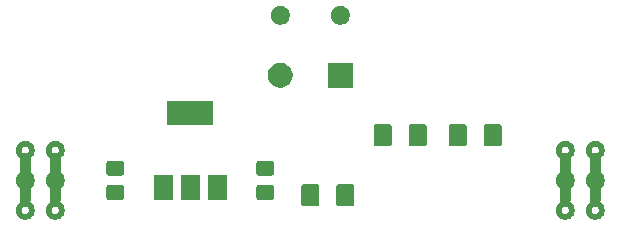
<source format=gbr>
%TF.GenerationSoftware,KiCad,Pcbnew,5.1.5-1.fc31*%
%TF.CreationDate,2020-01-30T02:35:15+01:00*%
%TF.ProjectId,power-supply-5V,706f7765-722d-4737-9570-706c792d3556,1.0*%
%TF.SameCoordinates,PXa5ee070PY4c4db10*%
%TF.FileFunction,Soldermask,Top*%
%TF.FilePolarity,Negative*%
%FSLAX46Y46*%
G04 Gerber Fmt 4.6, Leading zero omitted, Abs format (unit mm)*
G04 Created by KiCad (PCBNEW 5.1.5-1.fc31) date 2020-01-30 02:35:15*
%MOMM*%
%LPD*%
G04 APERTURE LIST*
%ADD10C,0.150000*%
G04 APERTURE END LIST*
D10*
G36*
X90092Y3340525D02*
G01*
X223110Y3314066D01*
X244541Y3307564D01*
X369839Y3255665D01*
X389579Y3245114D01*
X502354Y3169759D01*
X519654Y3155562D01*
X615562Y3059654D01*
X629759Y3042354D01*
X705114Y2929579D01*
X715665Y2909839D01*
X767564Y2784541D01*
X774066Y2763110D01*
X800525Y2630092D01*
X802719Y2607816D01*
X802719Y2472184D01*
X800525Y2449908D01*
X774066Y2316890D01*
X767564Y2295459D01*
X715665Y2170161D01*
X705114Y2150421D01*
X629759Y2037646D01*
X615562Y2020346D01*
X519654Y1924438D01*
X497606Y1906344D01*
X497983Y1905885D01*
X488943Y1898548D01*
X473296Y1879690D01*
X461628Y1858142D01*
X454388Y1834732D01*
X451852Y1809683D01*
X451852Y800000D01*
X451851Y799638D01*
X451835Y797328D01*
X451125Y785380D01*
X447875Y756405D01*
X447544Y731903D01*
X451999Y707807D01*
X461069Y685044D01*
X474406Y664487D01*
X491497Y646927D01*
X502650Y638538D01*
X507118Y635552D01*
X524409Y621363D01*
X621357Y524415D01*
X635561Y507106D01*
X711723Y393121D01*
X722281Y373371D01*
X774743Y246718D01*
X781244Y225285D01*
X807989Y90829D01*
X810183Y68549D01*
X810183Y-68549D01*
X807989Y-90829D01*
X781244Y-225285D01*
X774743Y-246718D01*
X722281Y-373371D01*
X711723Y-393121D01*
X635561Y-507106D01*
X621357Y-524415D01*
X524409Y-621363D01*
X502364Y-639454D01*
X502386Y-639480D01*
X488467Y-650903D01*
X472921Y-669844D01*
X461369Y-691454D01*
X454255Y-714903D01*
X451852Y-739294D01*
X451852Y-1650000D01*
X451851Y-1650362D01*
X451835Y-1652672D01*
X451125Y-1664618D01*
X443470Y-1732867D01*
X438834Y-1754677D01*
X437630Y-1758472D01*
X432545Y-1782443D01*
X432235Y-1806945D01*
X436710Y-1831037D01*
X445800Y-1853793D01*
X459154Y-1874338D01*
X476261Y-1891883D01*
X487333Y-1900204D01*
X502353Y-1910240D01*
X519654Y-1924438D01*
X615562Y-2020346D01*
X629759Y-2037646D01*
X705114Y-2150421D01*
X715665Y-2170161D01*
X767564Y-2295459D01*
X774066Y-2316890D01*
X800525Y-2449908D01*
X802719Y-2472184D01*
X802719Y-2607816D01*
X800525Y-2630092D01*
X774066Y-2763110D01*
X767564Y-2784541D01*
X715665Y-2909839D01*
X705114Y-2929579D01*
X629759Y-3042354D01*
X615562Y-3059654D01*
X519654Y-3155562D01*
X502354Y-3169759D01*
X389579Y-3245114D01*
X369839Y-3255665D01*
X244541Y-3307564D01*
X223110Y-3314066D01*
X90092Y-3340525D01*
X67816Y-3342719D01*
X-67816Y-3342719D01*
X-90092Y-3340525D01*
X-223110Y-3314066D01*
X-244541Y-3307564D01*
X-369839Y-3255665D01*
X-389579Y-3245114D01*
X-502354Y-3169759D01*
X-519654Y-3155562D01*
X-615562Y-3059654D01*
X-629759Y-3042354D01*
X-705114Y-2929579D01*
X-715665Y-2909839D01*
X-767564Y-2784541D01*
X-774066Y-2763110D01*
X-800525Y-2630092D01*
X-802719Y-2607816D01*
X-802719Y-2521204D01*
X-315869Y-2521204D01*
X-315869Y-2558796D01*
X-313467Y-2583184D01*
X-306131Y-2620061D01*
X-299020Y-2643504D01*
X-284632Y-2678243D01*
X-273077Y-2699860D01*
X-252190Y-2731118D01*
X-236647Y-2750058D01*
X-210058Y-2776647D01*
X-191118Y-2792190D01*
X-159860Y-2813077D01*
X-138243Y-2824632D01*
X-103504Y-2839020D01*
X-80061Y-2846131D01*
X-43184Y-2853467D01*
X-18796Y-2855869D01*
X18796Y-2855869D01*
X43184Y-2853467D01*
X80061Y-2846131D01*
X103504Y-2839020D01*
X138243Y-2824632D01*
X159860Y-2813077D01*
X191118Y-2792190D01*
X210058Y-2776647D01*
X236647Y-2750058D01*
X252190Y-2731118D01*
X273077Y-2699860D01*
X284632Y-2678243D01*
X299020Y-2643504D01*
X306131Y-2620061D01*
X313467Y-2583184D01*
X315869Y-2558796D01*
X315869Y-2521204D01*
X313467Y-2496816D01*
X306131Y-2459939D01*
X299020Y-2436496D01*
X284632Y-2401757D01*
X273077Y-2380140D01*
X252190Y-2348882D01*
X236647Y-2329942D01*
X210058Y-2303353D01*
X191118Y-2287810D01*
X159860Y-2266923D01*
X138243Y-2255368D01*
X103504Y-2240980D01*
X80061Y-2233869D01*
X43184Y-2226533D01*
X18796Y-2224131D01*
X-18796Y-2224131D01*
X-43184Y-2226533D01*
X-80061Y-2233869D01*
X-103504Y-2240980D01*
X-138243Y-2255368D01*
X-159860Y-2266923D01*
X-191118Y-2287810D01*
X-210058Y-2303353D01*
X-236647Y-2329942D01*
X-252190Y-2348882D01*
X-273077Y-2380140D01*
X-284632Y-2401757D01*
X-299020Y-2436496D01*
X-306131Y-2459939D01*
X-313467Y-2496816D01*
X-315869Y-2521204D01*
X-802719Y-2521204D01*
X-802719Y-2472184D01*
X-800525Y-2449908D01*
X-774066Y-2316890D01*
X-767564Y-2295459D01*
X-715665Y-2170161D01*
X-705114Y-2150421D01*
X-629759Y-2037646D01*
X-615562Y-2020346D01*
X-519654Y-1924438D01*
X-502351Y-1910238D01*
X-487030Y-1900001D01*
X-468088Y-1884456D01*
X-452543Y-1865515D01*
X-440991Y-1843904D01*
X-433878Y-1820455D01*
X-431476Y-1796069D01*
X-436811Y-1759941D01*
X-440252Y-1748544D01*
X-444584Y-1726663D01*
X-451306Y-1658114D01*
X-451852Y-1646941D01*
X-451852Y-739294D01*
X-454254Y-714908D01*
X-461367Y-691459D01*
X-472918Y-669848D01*
X-488463Y-650906D01*
X-502387Y-639479D01*
X-502365Y-639452D01*
X-524415Y-621357D01*
X-621357Y-524415D01*
X-635561Y-507106D01*
X-711723Y-393121D01*
X-722281Y-373371D01*
X-774743Y-246718D01*
X-781244Y-225285D01*
X-807989Y-90829D01*
X-810183Y-68549D01*
X-810183Y68549D01*
X-807989Y90829D01*
X-781244Y225285D01*
X-774743Y246718D01*
X-722281Y373371D01*
X-711723Y393121D01*
X-635561Y507106D01*
X-621357Y524415D01*
X-524415Y621357D01*
X-507102Y635565D01*
X-502612Y638565D01*
X-483670Y654110D01*
X-468126Y673053D01*
X-456575Y694664D01*
X-449463Y718113D01*
X-447658Y754692D01*
X-451306Y791904D01*
X-451852Y803059D01*
X-451852Y1809683D01*
X-454254Y1834069D01*
X-461367Y1857518D01*
X-472918Y1879129D01*
X-488463Y1898071D01*
X-497972Y1905901D01*
X-497607Y1906346D01*
X-519657Y1924441D01*
X-615562Y2020346D01*
X-629759Y2037646D01*
X-705114Y2150421D01*
X-715665Y2170161D01*
X-767564Y2295459D01*
X-774066Y2316890D01*
X-800525Y2449908D01*
X-802719Y2472184D01*
X-802719Y2558796D01*
X-315869Y2558796D01*
X-315869Y2521204D01*
X-313467Y2496816D01*
X-306131Y2459939D01*
X-299020Y2436496D01*
X-284632Y2401757D01*
X-273077Y2380140D01*
X-252190Y2348882D01*
X-236647Y2329942D01*
X-210058Y2303353D01*
X-191120Y2287811D01*
X-181158Y2281154D01*
X-159548Y2269602D01*
X-136099Y2262488D01*
X-111713Y2260085D01*
X-88286Y2262299D01*
X-73567Y2265107D01*
X-7991Y2271074D01*
X14296Y2270919D01*
X79769Y2264037D01*
X86576Y2262640D01*
X110947Y2260089D01*
X135347Y2262342D01*
X158839Y2269312D01*
X181155Y2281153D01*
X191115Y2287808D01*
X210058Y2303353D01*
X236647Y2329942D01*
X252190Y2348882D01*
X273077Y2380140D01*
X284632Y2401757D01*
X299020Y2436496D01*
X306131Y2459939D01*
X313467Y2496816D01*
X315869Y2521204D01*
X315869Y2558796D01*
X313467Y2583184D01*
X306131Y2620061D01*
X299020Y2643504D01*
X284632Y2678243D01*
X273077Y2699860D01*
X252190Y2731118D01*
X236647Y2750058D01*
X210058Y2776647D01*
X191118Y2792190D01*
X159860Y2813077D01*
X138243Y2824632D01*
X103504Y2839020D01*
X80061Y2846131D01*
X43184Y2853467D01*
X18796Y2855869D01*
X-18796Y2855869D01*
X-43184Y2853467D01*
X-80061Y2846131D01*
X-103504Y2839020D01*
X-138243Y2824632D01*
X-159860Y2813077D01*
X-191118Y2792190D01*
X-210058Y2776647D01*
X-236647Y2750058D01*
X-252190Y2731118D01*
X-273077Y2699860D01*
X-284632Y2678243D01*
X-299020Y2643504D01*
X-306131Y2620061D01*
X-313467Y2583184D01*
X-315869Y2558796D01*
X-802719Y2558796D01*
X-802719Y2607816D01*
X-800525Y2630092D01*
X-774066Y2763110D01*
X-767564Y2784541D01*
X-715665Y2909839D01*
X-705114Y2929579D01*
X-629759Y3042354D01*
X-615562Y3059654D01*
X-519654Y3155562D01*
X-502354Y3169759D01*
X-389579Y3245114D01*
X-369839Y3255665D01*
X-244541Y3307564D01*
X-223110Y3314066D01*
X-90092Y3340525D01*
X-67816Y3342719D01*
X67816Y3342719D01*
X90092Y3340525D01*
G37*
G36*
X2630092Y3340525D02*
G01*
X2763110Y3314066D01*
X2784541Y3307564D01*
X2909839Y3255665D01*
X2929579Y3245114D01*
X3042354Y3169759D01*
X3059654Y3155562D01*
X3155562Y3059654D01*
X3169759Y3042354D01*
X3245114Y2929579D01*
X3255665Y2909839D01*
X3307564Y2784541D01*
X3314066Y2763110D01*
X3340525Y2630092D01*
X3342719Y2607816D01*
X3342719Y2472184D01*
X3340525Y2449908D01*
X3314066Y2316890D01*
X3307564Y2295459D01*
X3255665Y2170161D01*
X3245114Y2150421D01*
X3169759Y2037646D01*
X3155562Y2020346D01*
X3059654Y1924438D01*
X3037606Y1906344D01*
X3037983Y1905885D01*
X3028943Y1898548D01*
X3013296Y1879690D01*
X3001628Y1858142D01*
X2994388Y1834732D01*
X2991852Y1809683D01*
X2991852Y800000D01*
X2991851Y799638D01*
X2991835Y797328D01*
X2991125Y785380D01*
X2987875Y756405D01*
X2987544Y731903D01*
X2991999Y707807D01*
X3001069Y685044D01*
X3014406Y664487D01*
X3031497Y646927D01*
X3042650Y638538D01*
X3047118Y635552D01*
X3064409Y621363D01*
X3161357Y524415D01*
X3175561Y507106D01*
X3251723Y393121D01*
X3262281Y373371D01*
X3314743Y246718D01*
X3321244Y225285D01*
X3347989Y90829D01*
X3350183Y68549D01*
X3350183Y-68549D01*
X3347989Y-90829D01*
X3321244Y-225285D01*
X3314743Y-246718D01*
X3262281Y-373371D01*
X3251723Y-393121D01*
X3175561Y-507106D01*
X3161357Y-524415D01*
X3064409Y-621363D01*
X3042364Y-639454D01*
X3042386Y-639480D01*
X3028467Y-650903D01*
X3012921Y-669844D01*
X3001369Y-691454D01*
X2994255Y-714903D01*
X2991852Y-739294D01*
X2991852Y-1650000D01*
X2991851Y-1650362D01*
X2991835Y-1652672D01*
X2991125Y-1664618D01*
X2983470Y-1732867D01*
X2978834Y-1754677D01*
X2977630Y-1758472D01*
X2972545Y-1782443D01*
X2972235Y-1806945D01*
X2976710Y-1831037D01*
X2985800Y-1853793D01*
X2999154Y-1874338D01*
X3016261Y-1891883D01*
X3027333Y-1900204D01*
X3042353Y-1910240D01*
X3059654Y-1924438D01*
X3155562Y-2020346D01*
X3169759Y-2037646D01*
X3245114Y-2150421D01*
X3255665Y-2170161D01*
X3307564Y-2295459D01*
X3314066Y-2316890D01*
X3340525Y-2449908D01*
X3342719Y-2472184D01*
X3342719Y-2607816D01*
X3340525Y-2630092D01*
X3314066Y-2763110D01*
X3307564Y-2784541D01*
X3255665Y-2909839D01*
X3245114Y-2929579D01*
X3169759Y-3042354D01*
X3155562Y-3059654D01*
X3059654Y-3155562D01*
X3042354Y-3169759D01*
X2929579Y-3245114D01*
X2909839Y-3255665D01*
X2784541Y-3307564D01*
X2763110Y-3314066D01*
X2630092Y-3340525D01*
X2607816Y-3342719D01*
X2472184Y-3342719D01*
X2449908Y-3340525D01*
X2316890Y-3314066D01*
X2295459Y-3307564D01*
X2170161Y-3255665D01*
X2150421Y-3245114D01*
X2037646Y-3169759D01*
X2020346Y-3155562D01*
X1924438Y-3059654D01*
X1910241Y-3042354D01*
X1834886Y-2929579D01*
X1824335Y-2909839D01*
X1772436Y-2784541D01*
X1765934Y-2763110D01*
X1739475Y-2630092D01*
X1737281Y-2607816D01*
X1737281Y-2521204D01*
X2224131Y-2521204D01*
X2224131Y-2558796D01*
X2226533Y-2583184D01*
X2233869Y-2620061D01*
X2240980Y-2643504D01*
X2255368Y-2678243D01*
X2266923Y-2699860D01*
X2287810Y-2731118D01*
X2303353Y-2750058D01*
X2329942Y-2776647D01*
X2348882Y-2792190D01*
X2380140Y-2813077D01*
X2401757Y-2824632D01*
X2436496Y-2839020D01*
X2459939Y-2846131D01*
X2496816Y-2853467D01*
X2521204Y-2855869D01*
X2558796Y-2855869D01*
X2583184Y-2853467D01*
X2620061Y-2846131D01*
X2643504Y-2839020D01*
X2678243Y-2824632D01*
X2699860Y-2813077D01*
X2731118Y-2792190D01*
X2750058Y-2776647D01*
X2776647Y-2750058D01*
X2792190Y-2731118D01*
X2813077Y-2699860D01*
X2824632Y-2678243D01*
X2839020Y-2643504D01*
X2846131Y-2620061D01*
X2853467Y-2583184D01*
X2855869Y-2558796D01*
X2855869Y-2521204D01*
X2853467Y-2496816D01*
X2846131Y-2459939D01*
X2839020Y-2436496D01*
X2824632Y-2401757D01*
X2813077Y-2380140D01*
X2792190Y-2348882D01*
X2776647Y-2329942D01*
X2750058Y-2303353D01*
X2731118Y-2287810D01*
X2699860Y-2266923D01*
X2678243Y-2255368D01*
X2643504Y-2240980D01*
X2620061Y-2233869D01*
X2583184Y-2226533D01*
X2558796Y-2224131D01*
X2521204Y-2224131D01*
X2496816Y-2226533D01*
X2459939Y-2233869D01*
X2436496Y-2240980D01*
X2401757Y-2255368D01*
X2380140Y-2266923D01*
X2348882Y-2287810D01*
X2329942Y-2303353D01*
X2303353Y-2329942D01*
X2287810Y-2348882D01*
X2266923Y-2380140D01*
X2255368Y-2401757D01*
X2240980Y-2436496D01*
X2233869Y-2459939D01*
X2226533Y-2496816D01*
X2224131Y-2521204D01*
X1737281Y-2521204D01*
X1737281Y-2472184D01*
X1739475Y-2449908D01*
X1765934Y-2316890D01*
X1772436Y-2295459D01*
X1824335Y-2170161D01*
X1834886Y-2150421D01*
X1910241Y-2037646D01*
X1924438Y-2020346D01*
X2020346Y-1924438D01*
X2037649Y-1910238D01*
X2052970Y-1900001D01*
X2071912Y-1884456D01*
X2087457Y-1865515D01*
X2099009Y-1843904D01*
X2106122Y-1820455D01*
X2108524Y-1796069D01*
X2103189Y-1759941D01*
X2099748Y-1748544D01*
X2095416Y-1726663D01*
X2088694Y-1658114D01*
X2088148Y-1646941D01*
X2088148Y-739294D01*
X2085746Y-714908D01*
X2078633Y-691459D01*
X2067082Y-669848D01*
X2051537Y-650906D01*
X2037613Y-639479D01*
X2037635Y-639452D01*
X2015585Y-621357D01*
X1918643Y-524415D01*
X1904439Y-507106D01*
X1828277Y-393121D01*
X1817719Y-373371D01*
X1765257Y-246718D01*
X1758756Y-225285D01*
X1732011Y-90829D01*
X1729817Y-68549D01*
X1729817Y68549D01*
X1732011Y90829D01*
X1758756Y225285D01*
X1765257Y246718D01*
X1817719Y373371D01*
X1828277Y393121D01*
X1904439Y507106D01*
X1918643Y524415D01*
X2015585Y621357D01*
X2032898Y635565D01*
X2037388Y638565D01*
X2056330Y654110D01*
X2071874Y673053D01*
X2083425Y694664D01*
X2090537Y718113D01*
X2092342Y754692D01*
X2088694Y791904D01*
X2088148Y803059D01*
X2088148Y1809683D01*
X2085746Y1834069D01*
X2078633Y1857518D01*
X2067082Y1879129D01*
X2051537Y1898071D01*
X2042028Y1905901D01*
X2042393Y1906346D01*
X2020343Y1924441D01*
X1924438Y2020346D01*
X1910241Y2037646D01*
X1834886Y2150421D01*
X1824335Y2170161D01*
X1772436Y2295459D01*
X1765934Y2316890D01*
X1739475Y2449908D01*
X1737281Y2472184D01*
X1737281Y2558796D01*
X2224131Y2558796D01*
X2224131Y2521204D01*
X2226533Y2496816D01*
X2233869Y2459939D01*
X2240980Y2436496D01*
X2255368Y2401757D01*
X2266923Y2380140D01*
X2287810Y2348882D01*
X2303353Y2329942D01*
X2329942Y2303353D01*
X2348880Y2287811D01*
X2358842Y2281154D01*
X2380452Y2269602D01*
X2403901Y2262488D01*
X2428287Y2260085D01*
X2451714Y2262299D01*
X2466433Y2265107D01*
X2532009Y2271074D01*
X2554296Y2270919D01*
X2619769Y2264037D01*
X2626576Y2262640D01*
X2650947Y2260089D01*
X2675347Y2262342D01*
X2698839Y2269312D01*
X2721155Y2281153D01*
X2731115Y2287808D01*
X2750058Y2303353D01*
X2776647Y2329942D01*
X2792190Y2348882D01*
X2813077Y2380140D01*
X2824632Y2401757D01*
X2839020Y2436496D01*
X2846131Y2459939D01*
X2853467Y2496816D01*
X2855869Y2521204D01*
X2855869Y2558796D01*
X2853467Y2583184D01*
X2846131Y2620061D01*
X2839020Y2643504D01*
X2824632Y2678243D01*
X2813077Y2699860D01*
X2792190Y2731118D01*
X2776647Y2750058D01*
X2750058Y2776647D01*
X2731118Y2792190D01*
X2699860Y2813077D01*
X2678243Y2824632D01*
X2643504Y2839020D01*
X2620061Y2846131D01*
X2583184Y2853467D01*
X2558796Y2855869D01*
X2521204Y2855869D01*
X2496816Y2853467D01*
X2459939Y2846131D01*
X2436496Y2839020D01*
X2401757Y2824632D01*
X2380140Y2813077D01*
X2348882Y2792190D01*
X2329942Y2776647D01*
X2303353Y2750058D01*
X2287810Y2731118D01*
X2266923Y2699860D01*
X2255368Y2678243D01*
X2240980Y2643504D01*
X2233869Y2620061D01*
X2226533Y2583184D01*
X2224131Y2558796D01*
X1737281Y2558796D01*
X1737281Y2607816D01*
X1739475Y2630092D01*
X1765934Y2763110D01*
X1772436Y2784541D01*
X1824335Y2909839D01*
X1834886Y2929579D01*
X1910241Y3042354D01*
X1924438Y3059654D01*
X2020346Y3155562D01*
X2037646Y3169759D01*
X2150421Y3245114D01*
X2170161Y3255665D01*
X2295459Y3307564D01*
X2316890Y3314066D01*
X2449908Y3340525D01*
X2472184Y3342719D01*
X2607816Y3342719D01*
X2630092Y3340525D01*
G37*
G36*
X-45629908Y3340525D02*
G01*
X-45496890Y3314066D01*
X-45475459Y3307564D01*
X-45350161Y3255665D01*
X-45330421Y3245114D01*
X-45217646Y3169759D01*
X-45200346Y3155562D01*
X-45104438Y3059654D01*
X-45090241Y3042354D01*
X-45014886Y2929579D01*
X-45004335Y2909839D01*
X-44952436Y2784541D01*
X-44945934Y2763110D01*
X-44919475Y2630092D01*
X-44917281Y2607816D01*
X-44917281Y2472184D01*
X-44919475Y2449908D01*
X-44945934Y2316890D01*
X-44952436Y2295459D01*
X-45004335Y2170161D01*
X-45014886Y2150421D01*
X-45090241Y2037646D01*
X-45104438Y2020346D01*
X-45200346Y1924438D01*
X-45222394Y1906344D01*
X-45222017Y1905885D01*
X-45231057Y1898548D01*
X-45246704Y1879690D01*
X-45258372Y1858142D01*
X-45265612Y1834732D01*
X-45268148Y1809683D01*
X-45268148Y800000D01*
X-45268149Y799638D01*
X-45268165Y797328D01*
X-45268875Y785380D01*
X-45272125Y756405D01*
X-45272456Y731903D01*
X-45268001Y707807D01*
X-45258931Y685044D01*
X-45245594Y664487D01*
X-45228503Y646927D01*
X-45217350Y638538D01*
X-45212882Y635552D01*
X-45195591Y621363D01*
X-45098643Y524415D01*
X-45084439Y507106D01*
X-45008277Y393121D01*
X-44997719Y373371D01*
X-44945257Y246718D01*
X-44938756Y225285D01*
X-44912011Y90829D01*
X-44909817Y68549D01*
X-44909817Y-68549D01*
X-44912011Y-90829D01*
X-44938756Y-225285D01*
X-44945257Y-246718D01*
X-44997719Y-373371D01*
X-45008277Y-393121D01*
X-45084439Y-507106D01*
X-45098643Y-524415D01*
X-45195591Y-621363D01*
X-45217636Y-639454D01*
X-45217614Y-639480D01*
X-45231533Y-650903D01*
X-45247079Y-669844D01*
X-45258631Y-691454D01*
X-45265745Y-714903D01*
X-45268148Y-739294D01*
X-45268148Y-1650000D01*
X-45268149Y-1650362D01*
X-45268165Y-1652672D01*
X-45268875Y-1664618D01*
X-45276530Y-1732867D01*
X-45281166Y-1754677D01*
X-45282370Y-1758472D01*
X-45287455Y-1782443D01*
X-45287765Y-1806945D01*
X-45283290Y-1831037D01*
X-45274200Y-1853793D01*
X-45260846Y-1874338D01*
X-45243739Y-1891883D01*
X-45232667Y-1900204D01*
X-45217647Y-1910240D01*
X-45200346Y-1924438D01*
X-45104438Y-2020346D01*
X-45090241Y-2037646D01*
X-45014886Y-2150421D01*
X-45004335Y-2170161D01*
X-44952436Y-2295459D01*
X-44945934Y-2316890D01*
X-44919475Y-2449908D01*
X-44917281Y-2472184D01*
X-44917281Y-2607816D01*
X-44919475Y-2630092D01*
X-44945934Y-2763110D01*
X-44952436Y-2784541D01*
X-45004335Y-2909839D01*
X-45014886Y-2929579D01*
X-45090241Y-3042354D01*
X-45104438Y-3059654D01*
X-45200346Y-3155562D01*
X-45217646Y-3169759D01*
X-45330421Y-3245114D01*
X-45350161Y-3255665D01*
X-45475459Y-3307564D01*
X-45496890Y-3314066D01*
X-45629908Y-3340525D01*
X-45652184Y-3342719D01*
X-45787816Y-3342719D01*
X-45810092Y-3340525D01*
X-45943110Y-3314066D01*
X-45964541Y-3307564D01*
X-46089839Y-3255665D01*
X-46109579Y-3245114D01*
X-46222354Y-3169759D01*
X-46239654Y-3155562D01*
X-46335562Y-3059654D01*
X-46349759Y-3042354D01*
X-46425114Y-2929579D01*
X-46435665Y-2909839D01*
X-46487564Y-2784541D01*
X-46494066Y-2763110D01*
X-46520525Y-2630092D01*
X-46522719Y-2607816D01*
X-46522719Y-2521204D01*
X-46035869Y-2521204D01*
X-46035869Y-2558796D01*
X-46033467Y-2583184D01*
X-46026131Y-2620061D01*
X-46019020Y-2643504D01*
X-46004632Y-2678243D01*
X-45993077Y-2699860D01*
X-45972190Y-2731118D01*
X-45956647Y-2750058D01*
X-45930058Y-2776647D01*
X-45911118Y-2792190D01*
X-45879860Y-2813077D01*
X-45858243Y-2824632D01*
X-45823504Y-2839020D01*
X-45800061Y-2846131D01*
X-45763184Y-2853467D01*
X-45738796Y-2855869D01*
X-45701204Y-2855869D01*
X-45676816Y-2853467D01*
X-45639939Y-2846131D01*
X-45616496Y-2839020D01*
X-45581757Y-2824632D01*
X-45560140Y-2813077D01*
X-45528882Y-2792190D01*
X-45509942Y-2776647D01*
X-45483353Y-2750058D01*
X-45467810Y-2731118D01*
X-45446923Y-2699860D01*
X-45435368Y-2678243D01*
X-45420980Y-2643504D01*
X-45413869Y-2620061D01*
X-45406533Y-2583184D01*
X-45404131Y-2558796D01*
X-45404131Y-2521204D01*
X-45406533Y-2496816D01*
X-45413869Y-2459939D01*
X-45420980Y-2436496D01*
X-45435368Y-2401757D01*
X-45446923Y-2380140D01*
X-45467810Y-2348882D01*
X-45483353Y-2329942D01*
X-45509942Y-2303353D01*
X-45528882Y-2287810D01*
X-45560140Y-2266923D01*
X-45581757Y-2255368D01*
X-45616496Y-2240980D01*
X-45639939Y-2233869D01*
X-45676816Y-2226533D01*
X-45701204Y-2224131D01*
X-45738796Y-2224131D01*
X-45763184Y-2226533D01*
X-45800061Y-2233869D01*
X-45823504Y-2240980D01*
X-45858243Y-2255368D01*
X-45879860Y-2266923D01*
X-45911118Y-2287810D01*
X-45930058Y-2303353D01*
X-45956647Y-2329942D01*
X-45972190Y-2348882D01*
X-45993077Y-2380140D01*
X-46004632Y-2401757D01*
X-46019020Y-2436496D01*
X-46026131Y-2459939D01*
X-46033467Y-2496816D01*
X-46035869Y-2521204D01*
X-46522719Y-2521204D01*
X-46522719Y-2472184D01*
X-46520525Y-2449908D01*
X-46494066Y-2316890D01*
X-46487564Y-2295459D01*
X-46435665Y-2170161D01*
X-46425114Y-2150421D01*
X-46349759Y-2037646D01*
X-46335562Y-2020346D01*
X-46239654Y-1924438D01*
X-46222351Y-1910238D01*
X-46207030Y-1900001D01*
X-46188088Y-1884456D01*
X-46172543Y-1865515D01*
X-46160991Y-1843904D01*
X-46153878Y-1820455D01*
X-46151476Y-1796069D01*
X-46156811Y-1759941D01*
X-46160252Y-1748544D01*
X-46164584Y-1726663D01*
X-46171306Y-1658114D01*
X-46171852Y-1646941D01*
X-46171852Y-739294D01*
X-46174254Y-714908D01*
X-46181367Y-691459D01*
X-46192918Y-669848D01*
X-46208463Y-650906D01*
X-46222387Y-639479D01*
X-46222365Y-639452D01*
X-46244415Y-621357D01*
X-46341357Y-524415D01*
X-46355561Y-507106D01*
X-46431723Y-393121D01*
X-46442281Y-373371D01*
X-46494743Y-246718D01*
X-46501244Y-225285D01*
X-46527989Y-90829D01*
X-46530183Y-68549D01*
X-46530183Y68549D01*
X-46527989Y90829D01*
X-46501244Y225285D01*
X-46494743Y246718D01*
X-46442281Y373371D01*
X-46431723Y393121D01*
X-46355561Y507106D01*
X-46341357Y524415D01*
X-46244415Y621357D01*
X-46227102Y635565D01*
X-46222612Y638565D01*
X-46203670Y654110D01*
X-46188126Y673053D01*
X-46176575Y694664D01*
X-46169463Y718113D01*
X-46167658Y754692D01*
X-46171306Y791904D01*
X-46171852Y803059D01*
X-46171852Y1809683D01*
X-46174254Y1834069D01*
X-46181367Y1857518D01*
X-46192918Y1879129D01*
X-46208463Y1898071D01*
X-46217972Y1905901D01*
X-46217607Y1906346D01*
X-46239657Y1924441D01*
X-46335562Y2020346D01*
X-46349759Y2037646D01*
X-46425114Y2150421D01*
X-46435665Y2170161D01*
X-46487564Y2295459D01*
X-46494066Y2316890D01*
X-46520525Y2449908D01*
X-46522719Y2472184D01*
X-46522719Y2558796D01*
X-46035869Y2558796D01*
X-46035869Y2521204D01*
X-46033467Y2496816D01*
X-46026131Y2459939D01*
X-46019020Y2436496D01*
X-46004632Y2401757D01*
X-45993077Y2380140D01*
X-45972190Y2348882D01*
X-45956647Y2329942D01*
X-45930058Y2303353D01*
X-45911120Y2287811D01*
X-45901158Y2281154D01*
X-45879548Y2269602D01*
X-45856099Y2262488D01*
X-45831713Y2260085D01*
X-45808286Y2262299D01*
X-45793567Y2265107D01*
X-45727991Y2271074D01*
X-45705704Y2270919D01*
X-45640231Y2264037D01*
X-45633424Y2262640D01*
X-45609053Y2260089D01*
X-45584653Y2262342D01*
X-45561161Y2269312D01*
X-45538845Y2281153D01*
X-45528885Y2287808D01*
X-45509942Y2303353D01*
X-45483353Y2329942D01*
X-45467810Y2348882D01*
X-45446923Y2380140D01*
X-45435368Y2401757D01*
X-45420980Y2436496D01*
X-45413869Y2459939D01*
X-45406533Y2496816D01*
X-45404131Y2521204D01*
X-45404131Y2558796D01*
X-45406533Y2583184D01*
X-45413869Y2620061D01*
X-45420980Y2643504D01*
X-45435368Y2678243D01*
X-45446923Y2699860D01*
X-45467810Y2731118D01*
X-45483353Y2750058D01*
X-45509942Y2776647D01*
X-45528882Y2792190D01*
X-45560140Y2813077D01*
X-45581757Y2824632D01*
X-45616496Y2839020D01*
X-45639939Y2846131D01*
X-45676816Y2853467D01*
X-45701204Y2855869D01*
X-45738796Y2855869D01*
X-45763184Y2853467D01*
X-45800061Y2846131D01*
X-45823504Y2839020D01*
X-45858243Y2824632D01*
X-45879860Y2813077D01*
X-45911118Y2792190D01*
X-45930058Y2776647D01*
X-45956647Y2750058D01*
X-45972190Y2731118D01*
X-45993077Y2699860D01*
X-46004632Y2678243D01*
X-46019020Y2643504D01*
X-46026131Y2620061D01*
X-46033467Y2583184D01*
X-46035869Y2558796D01*
X-46522719Y2558796D01*
X-46522719Y2607816D01*
X-46520525Y2630092D01*
X-46494066Y2763110D01*
X-46487564Y2784541D01*
X-46435665Y2909839D01*
X-46425114Y2929579D01*
X-46349759Y3042354D01*
X-46335562Y3059654D01*
X-46239654Y3155562D01*
X-46222354Y3169759D01*
X-46109579Y3245114D01*
X-46089839Y3255665D01*
X-45964541Y3307564D01*
X-45943110Y3314066D01*
X-45810092Y3340525D01*
X-45787816Y3342719D01*
X-45652184Y3342719D01*
X-45629908Y3340525D01*
G37*
G36*
X-43089908Y3340525D02*
G01*
X-42956890Y3314066D01*
X-42935459Y3307564D01*
X-42810161Y3255665D01*
X-42790421Y3245114D01*
X-42677646Y3169759D01*
X-42660346Y3155562D01*
X-42564438Y3059654D01*
X-42550241Y3042354D01*
X-42474886Y2929579D01*
X-42464335Y2909839D01*
X-42412436Y2784541D01*
X-42405934Y2763110D01*
X-42379475Y2630092D01*
X-42377281Y2607816D01*
X-42377281Y2472184D01*
X-42379475Y2449908D01*
X-42405934Y2316890D01*
X-42412436Y2295459D01*
X-42464335Y2170161D01*
X-42474886Y2150421D01*
X-42550241Y2037646D01*
X-42564438Y2020346D01*
X-42660346Y1924438D01*
X-42682394Y1906344D01*
X-42682017Y1905885D01*
X-42691057Y1898548D01*
X-42706704Y1879690D01*
X-42718372Y1858142D01*
X-42725612Y1834732D01*
X-42728148Y1809683D01*
X-42728148Y800000D01*
X-42728149Y799638D01*
X-42728165Y797328D01*
X-42728875Y785380D01*
X-42732125Y756405D01*
X-42732456Y731903D01*
X-42728001Y707807D01*
X-42718931Y685044D01*
X-42705594Y664487D01*
X-42688503Y646927D01*
X-42677350Y638538D01*
X-42672882Y635552D01*
X-42655591Y621363D01*
X-42558643Y524415D01*
X-42544439Y507106D01*
X-42468277Y393121D01*
X-42457719Y373371D01*
X-42405257Y246718D01*
X-42398756Y225285D01*
X-42372011Y90829D01*
X-42369817Y68549D01*
X-42369817Y-68549D01*
X-42372011Y-90829D01*
X-42398756Y-225285D01*
X-42405257Y-246718D01*
X-42457719Y-373371D01*
X-42468277Y-393121D01*
X-42544439Y-507106D01*
X-42558643Y-524415D01*
X-42655591Y-621363D01*
X-42677636Y-639454D01*
X-42677614Y-639480D01*
X-42691533Y-650903D01*
X-42707079Y-669844D01*
X-42718631Y-691454D01*
X-42725745Y-714903D01*
X-42728148Y-739294D01*
X-42728148Y-1650000D01*
X-42728149Y-1650362D01*
X-42728165Y-1652672D01*
X-42728875Y-1664618D01*
X-42736530Y-1732867D01*
X-42741166Y-1754677D01*
X-42742370Y-1758472D01*
X-42747455Y-1782443D01*
X-42747765Y-1806945D01*
X-42743290Y-1831037D01*
X-42734200Y-1853793D01*
X-42720846Y-1874338D01*
X-42703739Y-1891883D01*
X-42692667Y-1900204D01*
X-42677647Y-1910240D01*
X-42660346Y-1924438D01*
X-42564438Y-2020346D01*
X-42550241Y-2037646D01*
X-42474886Y-2150421D01*
X-42464335Y-2170161D01*
X-42412436Y-2295459D01*
X-42405934Y-2316890D01*
X-42379475Y-2449908D01*
X-42377281Y-2472184D01*
X-42377281Y-2607816D01*
X-42379475Y-2630092D01*
X-42405934Y-2763110D01*
X-42412436Y-2784541D01*
X-42464335Y-2909839D01*
X-42474886Y-2929579D01*
X-42550241Y-3042354D01*
X-42564438Y-3059654D01*
X-42660346Y-3155562D01*
X-42677646Y-3169759D01*
X-42790421Y-3245114D01*
X-42810161Y-3255665D01*
X-42935459Y-3307564D01*
X-42956890Y-3314066D01*
X-43089908Y-3340525D01*
X-43112184Y-3342719D01*
X-43247816Y-3342719D01*
X-43270092Y-3340525D01*
X-43403110Y-3314066D01*
X-43424541Y-3307564D01*
X-43549839Y-3255665D01*
X-43569579Y-3245114D01*
X-43682354Y-3169759D01*
X-43699654Y-3155562D01*
X-43795562Y-3059654D01*
X-43809759Y-3042354D01*
X-43885114Y-2929579D01*
X-43895665Y-2909839D01*
X-43947564Y-2784541D01*
X-43954066Y-2763110D01*
X-43980525Y-2630092D01*
X-43982719Y-2607816D01*
X-43982719Y-2521204D01*
X-43495869Y-2521204D01*
X-43495869Y-2558796D01*
X-43493467Y-2583184D01*
X-43486131Y-2620061D01*
X-43479020Y-2643504D01*
X-43464632Y-2678243D01*
X-43453077Y-2699860D01*
X-43432190Y-2731118D01*
X-43416647Y-2750058D01*
X-43390058Y-2776647D01*
X-43371118Y-2792190D01*
X-43339860Y-2813077D01*
X-43318243Y-2824632D01*
X-43283504Y-2839020D01*
X-43260061Y-2846131D01*
X-43223184Y-2853467D01*
X-43198796Y-2855869D01*
X-43161204Y-2855869D01*
X-43136816Y-2853467D01*
X-43099939Y-2846131D01*
X-43076496Y-2839020D01*
X-43041757Y-2824632D01*
X-43020140Y-2813077D01*
X-42988882Y-2792190D01*
X-42969942Y-2776647D01*
X-42943353Y-2750058D01*
X-42927810Y-2731118D01*
X-42906923Y-2699860D01*
X-42895368Y-2678243D01*
X-42880980Y-2643504D01*
X-42873869Y-2620061D01*
X-42866533Y-2583184D01*
X-42864131Y-2558796D01*
X-42864131Y-2521204D01*
X-42866533Y-2496816D01*
X-42873869Y-2459939D01*
X-42880980Y-2436496D01*
X-42895368Y-2401757D01*
X-42906923Y-2380140D01*
X-42927810Y-2348882D01*
X-42943353Y-2329942D01*
X-42969942Y-2303353D01*
X-42988882Y-2287810D01*
X-43020140Y-2266923D01*
X-43041757Y-2255368D01*
X-43076496Y-2240980D01*
X-43099939Y-2233869D01*
X-43136816Y-2226533D01*
X-43161204Y-2224131D01*
X-43198796Y-2224131D01*
X-43223184Y-2226533D01*
X-43260061Y-2233869D01*
X-43283504Y-2240980D01*
X-43318243Y-2255368D01*
X-43339860Y-2266923D01*
X-43371118Y-2287810D01*
X-43390058Y-2303353D01*
X-43416647Y-2329942D01*
X-43432190Y-2348882D01*
X-43453077Y-2380140D01*
X-43464632Y-2401757D01*
X-43479020Y-2436496D01*
X-43486131Y-2459939D01*
X-43493467Y-2496816D01*
X-43495869Y-2521204D01*
X-43982719Y-2521204D01*
X-43982719Y-2472184D01*
X-43980525Y-2449908D01*
X-43954066Y-2316890D01*
X-43947564Y-2295459D01*
X-43895665Y-2170161D01*
X-43885114Y-2150421D01*
X-43809759Y-2037646D01*
X-43795562Y-2020346D01*
X-43699654Y-1924438D01*
X-43682351Y-1910238D01*
X-43667030Y-1900001D01*
X-43648088Y-1884456D01*
X-43632543Y-1865515D01*
X-43620991Y-1843904D01*
X-43613878Y-1820455D01*
X-43611476Y-1796069D01*
X-43616811Y-1759941D01*
X-43620252Y-1748544D01*
X-43624584Y-1726663D01*
X-43631306Y-1658114D01*
X-43631852Y-1646941D01*
X-43631852Y-739294D01*
X-43634254Y-714908D01*
X-43641367Y-691459D01*
X-43652918Y-669848D01*
X-43668463Y-650906D01*
X-43682387Y-639479D01*
X-43682365Y-639452D01*
X-43704415Y-621357D01*
X-43801357Y-524415D01*
X-43815561Y-507106D01*
X-43891723Y-393121D01*
X-43902281Y-373371D01*
X-43954743Y-246718D01*
X-43961244Y-225285D01*
X-43987989Y-90829D01*
X-43990183Y-68549D01*
X-43990183Y68549D01*
X-43987989Y90829D01*
X-43961244Y225285D01*
X-43954743Y246718D01*
X-43902281Y373371D01*
X-43891723Y393121D01*
X-43815561Y507106D01*
X-43801357Y524415D01*
X-43704415Y621357D01*
X-43687102Y635565D01*
X-43682612Y638565D01*
X-43663670Y654110D01*
X-43648126Y673053D01*
X-43636575Y694664D01*
X-43629463Y718113D01*
X-43627658Y754692D01*
X-43631306Y791904D01*
X-43631852Y803059D01*
X-43631852Y1809683D01*
X-43634254Y1834069D01*
X-43641367Y1857518D01*
X-43652918Y1879129D01*
X-43668463Y1898071D01*
X-43677972Y1905901D01*
X-43677607Y1906346D01*
X-43699657Y1924441D01*
X-43795562Y2020346D01*
X-43809759Y2037646D01*
X-43885114Y2150421D01*
X-43895665Y2170161D01*
X-43947564Y2295459D01*
X-43954066Y2316890D01*
X-43980525Y2449908D01*
X-43982719Y2472184D01*
X-43982719Y2558796D01*
X-43495869Y2558796D01*
X-43495869Y2521204D01*
X-43493467Y2496816D01*
X-43486131Y2459939D01*
X-43479020Y2436496D01*
X-43464632Y2401757D01*
X-43453077Y2380140D01*
X-43432190Y2348882D01*
X-43416647Y2329942D01*
X-43390058Y2303353D01*
X-43371120Y2287811D01*
X-43361158Y2281154D01*
X-43339548Y2269602D01*
X-43316099Y2262488D01*
X-43291713Y2260085D01*
X-43268286Y2262299D01*
X-43253567Y2265107D01*
X-43187991Y2271074D01*
X-43165704Y2270919D01*
X-43100231Y2264037D01*
X-43093424Y2262640D01*
X-43069053Y2260089D01*
X-43044653Y2262342D01*
X-43021161Y2269312D01*
X-42998845Y2281153D01*
X-42988885Y2287808D01*
X-42969942Y2303353D01*
X-42943353Y2329942D01*
X-42927810Y2348882D01*
X-42906923Y2380140D01*
X-42895368Y2401757D01*
X-42880980Y2436496D01*
X-42873869Y2459939D01*
X-42866533Y2496816D01*
X-42864131Y2521204D01*
X-42864131Y2558796D01*
X-42866533Y2583184D01*
X-42873869Y2620061D01*
X-42880980Y2643504D01*
X-42895368Y2678243D01*
X-42906923Y2699860D01*
X-42927810Y2731118D01*
X-42943353Y2750058D01*
X-42969942Y2776647D01*
X-42988882Y2792190D01*
X-43020140Y2813077D01*
X-43041757Y2824632D01*
X-43076496Y2839020D01*
X-43099939Y2846131D01*
X-43136816Y2853467D01*
X-43161204Y2855869D01*
X-43198796Y2855869D01*
X-43223184Y2853467D01*
X-43260061Y2846131D01*
X-43283504Y2839020D01*
X-43318243Y2824632D01*
X-43339860Y2813077D01*
X-43371118Y2792190D01*
X-43390058Y2776647D01*
X-43416647Y2750058D01*
X-43432190Y2731118D01*
X-43453077Y2699860D01*
X-43464632Y2678243D01*
X-43479020Y2643504D01*
X-43486131Y2620061D01*
X-43493467Y2583184D01*
X-43495869Y2558796D01*
X-43982719Y2558796D01*
X-43982719Y2607816D01*
X-43980525Y2630092D01*
X-43954066Y2763110D01*
X-43947564Y2784541D01*
X-43895665Y2909839D01*
X-43885114Y2929579D01*
X-43809759Y3042354D01*
X-43795562Y3059654D01*
X-43699654Y3155562D01*
X-43682354Y3169759D01*
X-43569579Y3245114D01*
X-43549839Y3255665D01*
X-43424541Y3307564D01*
X-43403110Y3314066D01*
X-43270092Y3340525D01*
X-43247816Y3342719D01*
X-43112184Y3342719D01*
X-43089908Y3340525D01*
G37*
G36*
X-18001438Y-348181D02*
G01*
X-17966519Y-358774D01*
X-17934337Y-375976D01*
X-17906127Y-399127D01*
X-17882976Y-427337D01*
X-17865774Y-459519D01*
X-17855181Y-494438D01*
X-17851000Y-536895D01*
X-17851000Y-2003105D01*
X-17855181Y-2045562D01*
X-17865774Y-2080481D01*
X-17882976Y-2112663D01*
X-17906127Y-2140873D01*
X-17934337Y-2164024D01*
X-17966519Y-2181226D01*
X-18001438Y-2191819D01*
X-18043895Y-2196000D01*
X-19185105Y-2196000D01*
X-19227562Y-2191819D01*
X-19262481Y-2181226D01*
X-19294663Y-2164024D01*
X-19322873Y-2140873D01*
X-19346024Y-2112663D01*
X-19363226Y-2080481D01*
X-19373819Y-2045562D01*
X-19378000Y-2003105D01*
X-19378000Y-536895D01*
X-19373819Y-494438D01*
X-19363226Y-459519D01*
X-19346024Y-427337D01*
X-19322873Y-399127D01*
X-19294663Y-375976D01*
X-19262481Y-358774D01*
X-19227562Y-348181D01*
X-19185105Y-344000D01*
X-18043895Y-344000D01*
X-18001438Y-348181D01*
G37*
G36*
X-20976438Y-348181D02*
G01*
X-20941519Y-358774D01*
X-20909337Y-375976D01*
X-20881127Y-399127D01*
X-20857976Y-427337D01*
X-20840774Y-459519D01*
X-20830181Y-494438D01*
X-20826000Y-536895D01*
X-20826000Y-2003105D01*
X-20830181Y-2045562D01*
X-20840774Y-2080481D01*
X-20857976Y-2112663D01*
X-20881127Y-2140873D01*
X-20909337Y-2164024D01*
X-20941519Y-2181226D01*
X-20976438Y-2191819D01*
X-21018895Y-2196000D01*
X-22160105Y-2196000D01*
X-22202562Y-2191819D01*
X-22237481Y-2181226D01*
X-22269663Y-2164024D01*
X-22297873Y-2140873D01*
X-22321024Y-2112663D01*
X-22338226Y-2080481D01*
X-22348819Y-2045562D01*
X-22353000Y-2003105D01*
X-22353000Y-536895D01*
X-22348819Y-494438D01*
X-22338226Y-459519D01*
X-22321024Y-427337D01*
X-22297873Y-399127D01*
X-22269663Y-375976D01*
X-22237481Y-358774D01*
X-22202562Y-348181D01*
X-22160105Y-344000D01*
X-21018895Y-344000D01*
X-20976438Y-348181D01*
G37*
G36*
X-28649000Y-1661000D02*
G01*
X-30251000Y-1661000D01*
X-30251000Y441000D01*
X-28649000Y441000D01*
X-28649000Y-1661000D01*
G37*
G36*
X-30949000Y-1661000D02*
G01*
X-32551000Y-1661000D01*
X-32551000Y441000D01*
X-30949000Y441000D01*
X-30949000Y-1661000D01*
G37*
G36*
X-33249000Y-1661000D02*
G01*
X-34851000Y-1661000D01*
X-34851000Y441000D01*
X-33249000Y441000D01*
X-33249000Y-1661000D01*
G37*
G36*
X-37511326Y-403465D02*
G01*
X-37473633Y-414899D01*
X-37438897Y-433466D01*
X-37408452Y-458452D01*
X-37383466Y-488897D01*
X-37364899Y-523633D01*
X-37353465Y-561326D01*
X-37349000Y-606661D01*
X-37349000Y-1443339D01*
X-37353465Y-1488674D01*
X-37364899Y-1526367D01*
X-37383466Y-1561103D01*
X-37408452Y-1591548D01*
X-37438897Y-1616534D01*
X-37473633Y-1635101D01*
X-37511326Y-1646535D01*
X-37556661Y-1651000D01*
X-38643339Y-1651000D01*
X-38688674Y-1646535D01*
X-38726367Y-1635101D01*
X-38761103Y-1616534D01*
X-38791548Y-1591548D01*
X-38816534Y-1561103D01*
X-38835101Y-1526367D01*
X-38846535Y-1488674D01*
X-38851000Y-1443339D01*
X-38851000Y-606661D01*
X-38846535Y-561326D01*
X-38835101Y-523633D01*
X-38816534Y-488897D01*
X-38791548Y-458452D01*
X-38761103Y-433466D01*
X-38726367Y-414899D01*
X-38688674Y-403465D01*
X-38643339Y-399000D01*
X-37556661Y-399000D01*
X-37511326Y-403465D01*
G37*
G36*
X-24811326Y-403465D02*
G01*
X-24773633Y-414899D01*
X-24738897Y-433466D01*
X-24708452Y-458452D01*
X-24683466Y-488897D01*
X-24664899Y-523633D01*
X-24653465Y-561326D01*
X-24649000Y-606661D01*
X-24649000Y-1443339D01*
X-24653465Y-1488674D01*
X-24664899Y-1526367D01*
X-24683466Y-1561103D01*
X-24708452Y-1591548D01*
X-24738897Y-1616534D01*
X-24773633Y-1635101D01*
X-24811326Y-1646535D01*
X-24856661Y-1651000D01*
X-25943339Y-1651000D01*
X-25988674Y-1646535D01*
X-26026367Y-1635101D01*
X-26061103Y-1616534D01*
X-26091548Y-1591548D01*
X-26116534Y-1561103D01*
X-26135101Y-1526367D01*
X-26146535Y-1488674D01*
X-26151000Y-1443339D01*
X-26151000Y-606661D01*
X-26146535Y-561326D01*
X-26135101Y-523633D01*
X-26116534Y-488897D01*
X-26091548Y-458452D01*
X-26061103Y-433466D01*
X-26026367Y-414899D01*
X-25988674Y-403465D01*
X-25943339Y-399000D01*
X-24856661Y-399000D01*
X-24811326Y-403465D01*
G37*
G36*
X-24811326Y1646535D02*
G01*
X-24773633Y1635101D01*
X-24738897Y1616534D01*
X-24708452Y1591548D01*
X-24683466Y1561103D01*
X-24664899Y1526367D01*
X-24653465Y1488674D01*
X-24649000Y1443339D01*
X-24649000Y606661D01*
X-24653465Y561326D01*
X-24664899Y523633D01*
X-24683466Y488897D01*
X-24708452Y458452D01*
X-24738897Y433466D01*
X-24773633Y414899D01*
X-24811326Y403465D01*
X-24856661Y399000D01*
X-25943339Y399000D01*
X-25988674Y403465D01*
X-26026367Y414899D01*
X-26061103Y433466D01*
X-26091548Y458452D01*
X-26116534Y488897D01*
X-26135101Y523633D01*
X-26146535Y561326D01*
X-26151000Y606661D01*
X-26151000Y1443339D01*
X-26146535Y1488674D01*
X-26135101Y1526367D01*
X-26116534Y1561103D01*
X-26091548Y1591548D01*
X-26061103Y1616534D01*
X-26026367Y1635101D01*
X-25988674Y1646535D01*
X-25943339Y1651000D01*
X-24856661Y1651000D01*
X-24811326Y1646535D01*
G37*
G36*
X-37511326Y1646535D02*
G01*
X-37473633Y1635101D01*
X-37438897Y1616534D01*
X-37408452Y1591548D01*
X-37383466Y1561103D01*
X-37364899Y1526367D01*
X-37353465Y1488674D01*
X-37349000Y1443339D01*
X-37349000Y606661D01*
X-37353465Y561326D01*
X-37364899Y523633D01*
X-37383466Y488897D01*
X-37408452Y458452D01*
X-37438897Y433466D01*
X-37473633Y414899D01*
X-37511326Y403465D01*
X-37556661Y399000D01*
X-38643339Y399000D01*
X-38688674Y403465D01*
X-38726367Y414899D01*
X-38761103Y433466D01*
X-38791548Y458452D01*
X-38816534Y488897D01*
X-38835101Y523633D01*
X-38846535Y561326D01*
X-38851000Y606661D01*
X-38851000Y1443339D01*
X-38846535Y1488674D01*
X-38835101Y1526367D01*
X-38816534Y1561103D01*
X-38791548Y1591548D01*
X-38761103Y1616534D01*
X-38726367Y1635101D01*
X-38688674Y1646535D01*
X-38643339Y1651000D01*
X-37556661Y1651000D01*
X-37511326Y1646535D01*
G37*
G36*
X-11869438Y4731819D02*
G01*
X-11834519Y4721226D01*
X-11802337Y4704024D01*
X-11774127Y4680873D01*
X-11750976Y4652663D01*
X-11733774Y4620481D01*
X-11723181Y4585562D01*
X-11719000Y4543105D01*
X-11719000Y3076895D01*
X-11723181Y3034438D01*
X-11733774Y2999519D01*
X-11750976Y2967337D01*
X-11774127Y2939127D01*
X-11802337Y2915976D01*
X-11834519Y2898774D01*
X-11869438Y2888181D01*
X-11911895Y2884000D01*
X-13053105Y2884000D01*
X-13095562Y2888181D01*
X-13130481Y2898774D01*
X-13162663Y2915976D01*
X-13190873Y2939127D01*
X-13214024Y2967337D01*
X-13231226Y2999519D01*
X-13241819Y3034438D01*
X-13246000Y3076895D01*
X-13246000Y4543105D01*
X-13241819Y4585562D01*
X-13231226Y4620481D01*
X-13214024Y4652663D01*
X-13190873Y4680873D01*
X-13162663Y4704024D01*
X-13130481Y4721226D01*
X-13095562Y4731819D01*
X-13053105Y4736000D01*
X-11911895Y4736000D01*
X-11869438Y4731819D01*
G37*
G36*
X-5519438Y4731819D02*
G01*
X-5484519Y4721226D01*
X-5452337Y4704024D01*
X-5424127Y4680873D01*
X-5400976Y4652663D01*
X-5383774Y4620481D01*
X-5373181Y4585562D01*
X-5369000Y4543105D01*
X-5369000Y3076895D01*
X-5373181Y3034438D01*
X-5383774Y2999519D01*
X-5400976Y2967337D01*
X-5424127Y2939127D01*
X-5452337Y2915976D01*
X-5484519Y2898774D01*
X-5519438Y2888181D01*
X-5561895Y2884000D01*
X-6703105Y2884000D01*
X-6745562Y2888181D01*
X-6780481Y2898774D01*
X-6812663Y2915976D01*
X-6840873Y2939127D01*
X-6864024Y2967337D01*
X-6881226Y2999519D01*
X-6891819Y3034438D01*
X-6896000Y3076895D01*
X-6896000Y4543105D01*
X-6891819Y4585562D01*
X-6881226Y4620481D01*
X-6864024Y4652663D01*
X-6840873Y4680873D01*
X-6812663Y4704024D01*
X-6780481Y4721226D01*
X-6745562Y4731819D01*
X-6703105Y4736000D01*
X-5561895Y4736000D01*
X-5519438Y4731819D01*
G37*
G36*
X-8494438Y4731819D02*
G01*
X-8459519Y4721226D01*
X-8427337Y4704024D01*
X-8399127Y4680873D01*
X-8375976Y4652663D01*
X-8358774Y4620481D01*
X-8348181Y4585562D01*
X-8344000Y4543105D01*
X-8344000Y3076895D01*
X-8348181Y3034438D01*
X-8358774Y2999519D01*
X-8375976Y2967337D01*
X-8399127Y2939127D01*
X-8427337Y2915976D01*
X-8459519Y2898774D01*
X-8494438Y2888181D01*
X-8536895Y2884000D01*
X-9678105Y2884000D01*
X-9720562Y2888181D01*
X-9755481Y2898774D01*
X-9787663Y2915976D01*
X-9815873Y2939127D01*
X-9839024Y2967337D01*
X-9856226Y2999519D01*
X-9866819Y3034438D01*
X-9871000Y3076895D01*
X-9871000Y4543105D01*
X-9866819Y4585562D01*
X-9856226Y4620481D01*
X-9839024Y4652663D01*
X-9815873Y4680873D01*
X-9787663Y4704024D01*
X-9755481Y4721226D01*
X-9720562Y4731819D01*
X-9678105Y4736000D01*
X-8536895Y4736000D01*
X-8494438Y4731819D01*
G37*
G36*
X-14844438Y4731819D02*
G01*
X-14809519Y4721226D01*
X-14777337Y4704024D01*
X-14749127Y4680873D01*
X-14725976Y4652663D01*
X-14708774Y4620481D01*
X-14698181Y4585562D01*
X-14694000Y4543105D01*
X-14694000Y3076895D01*
X-14698181Y3034438D01*
X-14708774Y2999519D01*
X-14725976Y2967337D01*
X-14749127Y2939127D01*
X-14777337Y2915976D01*
X-14809519Y2898774D01*
X-14844438Y2888181D01*
X-14886895Y2884000D01*
X-16028105Y2884000D01*
X-16070562Y2888181D01*
X-16105481Y2898774D01*
X-16137663Y2915976D01*
X-16165873Y2939127D01*
X-16189024Y2967337D01*
X-16206226Y2999519D01*
X-16216819Y3034438D01*
X-16221000Y3076895D01*
X-16221000Y4543105D01*
X-16216819Y4585562D01*
X-16206226Y4620481D01*
X-16189024Y4652663D01*
X-16165873Y4680873D01*
X-16137663Y4704024D01*
X-16105481Y4721226D01*
X-16070562Y4731819D01*
X-16028105Y4736000D01*
X-14886895Y4736000D01*
X-14844438Y4731819D01*
G37*
G36*
X-29799000Y4639000D02*
G01*
X-33701000Y4639000D01*
X-33701000Y6741000D01*
X-29799000Y6741000D01*
X-29799000Y4639000D01*
G37*
G36*
X-17999000Y7839000D02*
G01*
X-20101000Y7839000D01*
X-20101000Y9941000D01*
X-17999000Y9941000D01*
X-17999000Y7839000D01*
G37*
G36*
X-23823436Y9900611D02*
G01*
X-23632167Y9821385D01*
X-23632165Y9821384D01*
X-23460027Y9706365D01*
X-23313635Y9559973D01*
X-23198615Y9387833D01*
X-23119389Y9196564D01*
X-23079000Y8993516D01*
X-23079000Y8786484D01*
X-23119389Y8583436D01*
X-23198615Y8392167D01*
X-23198616Y8392165D01*
X-23313635Y8220027D01*
X-23460027Y8073635D01*
X-23632165Y7958616D01*
X-23632166Y7958615D01*
X-23632167Y7958615D01*
X-23823436Y7879389D01*
X-24026484Y7839000D01*
X-24233516Y7839000D01*
X-24436564Y7879389D01*
X-24627833Y7958615D01*
X-24627834Y7958615D01*
X-24627835Y7958616D01*
X-24799973Y8073635D01*
X-24946365Y8220027D01*
X-25061384Y8392165D01*
X-25061385Y8392167D01*
X-25140611Y8583436D01*
X-25181000Y8786484D01*
X-25181000Y8993516D01*
X-25140611Y9196564D01*
X-25061385Y9387833D01*
X-24946365Y9559973D01*
X-24799973Y9706365D01*
X-24627835Y9821384D01*
X-24627833Y9821385D01*
X-24436564Y9900611D01*
X-24233516Y9941000D01*
X-24026484Y9941000D01*
X-23823436Y9900611D01*
G37*
G36*
X-23892858Y14751758D02*
G01*
X-23744899Y14690471D01*
X-23611745Y14601501D01*
X-23498499Y14488255D01*
X-23409529Y14355101D01*
X-23348242Y14207142D01*
X-23317000Y14050075D01*
X-23317000Y13889925D01*
X-23348242Y13732858D01*
X-23409529Y13584899D01*
X-23498499Y13451745D01*
X-23611745Y13338499D01*
X-23744899Y13249529D01*
X-23892858Y13188242D01*
X-24049925Y13157000D01*
X-24210075Y13157000D01*
X-24367142Y13188242D01*
X-24515101Y13249529D01*
X-24648255Y13338499D01*
X-24761501Y13451745D01*
X-24850471Y13584899D01*
X-24911758Y13732858D01*
X-24943000Y13889925D01*
X-24943000Y14050075D01*
X-24911758Y14207142D01*
X-24850471Y14355101D01*
X-24761501Y14488255D01*
X-24648255Y14601501D01*
X-24515101Y14690471D01*
X-24367142Y14751758D01*
X-24210075Y14783000D01*
X-24049925Y14783000D01*
X-23892858Y14751758D01*
G37*
G36*
X-18812858Y14751758D02*
G01*
X-18664899Y14690471D01*
X-18531745Y14601501D01*
X-18418499Y14488255D01*
X-18329529Y14355101D01*
X-18268242Y14207142D01*
X-18237000Y14050075D01*
X-18237000Y13889925D01*
X-18268242Y13732858D01*
X-18329529Y13584899D01*
X-18418499Y13451745D01*
X-18531745Y13338499D01*
X-18664899Y13249529D01*
X-18812858Y13188242D01*
X-18969925Y13157000D01*
X-19130075Y13157000D01*
X-19287142Y13188242D01*
X-19435101Y13249529D01*
X-19568255Y13338499D01*
X-19681501Y13451745D01*
X-19770471Y13584899D01*
X-19831758Y13732858D01*
X-19863000Y13889925D01*
X-19863000Y14050075D01*
X-19831758Y14207142D01*
X-19770471Y14355101D01*
X-19681501Y14488255D01*
X-19568255Y14601501D01*
X-19435101Y14690471D01*
X-19287142Y14751758D01*
X-19130075Y14783000D01*
X-18969925Y14783000D01*
X-18812858Y14751758D01*
G37*
M02*

</source>
